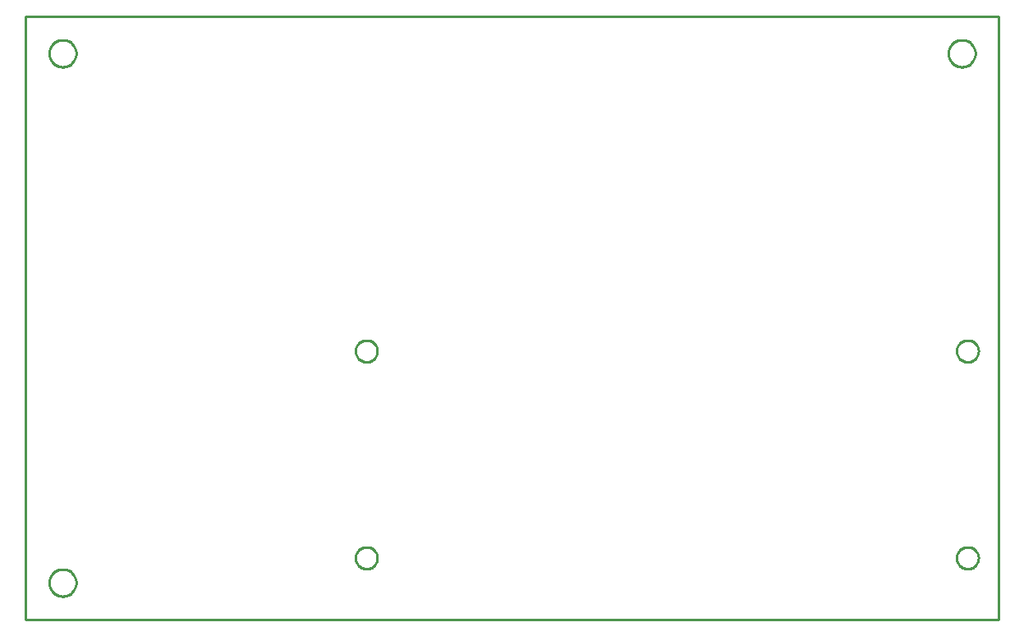
<source format=gbr>
G04 EAGLE Gerber RS-274X export*
G75*
%MOMM*%
%FSLAX34Y34*%
%LPD*%
%IN*%
%IPPOS*%
%AMOC8*
5,1,8,0,0,1.08239X$1,22.5*%
G01*
%ADD10C,0.254000*%


D10*
X228600Y69850D02*
X1231900Y69850D01*
X1231900Y692150D01*
X228600Y692150D01*
X228600Y69850D01*
X1199298Y335610D02*
X1198417Y335679D01*
X1197544Y335818D01*
X1196684Y336024D01*
X1195843Y336297D01*
X1195026Y336636D01*
X1194239Y337037D01*
X1193485Y337499D01*
X1192770Y338018D01*
X1192098Y338593D01*
X1191473Y339218D01*
X1190898Y339890D01*
X1190379Y340605D01*
X1189917Y341359D01*
X1189516Y342146D01*
X1189177Y342963D01*
X1188904Y343804D01*
X1188698Y344664D01*
X1188559Y345537D01*
X1188490Y346418D01*
X1188490Y347302D01*
X1188559Y348183D01*
X1188698Y349056D01*
X1188904Y349916D01*
X1189177Y350757D01*
X1189516Y351574D01*
X1189917Y352361D01*
X1190379Y353115D01*
X1190898Y353830D01*
X1191473Y354502D01*
X1192098Y355128D01*
X1192770Y355702D01*
X1193485Y356221D01*
X1194239Y356683D01*
X1195026Y357085D01*
X1195843Y357423D01*
X1196684Y357696D01*
X1197544Y357902D01*
X1198417Y358041D01*
X1199298Y358110D01*
X1200182Y358110D01*
X1201063Y358041D01*
X1201936Y357902D01*
X1202796Y357696D01*
X1203637Y357423D01*
X1204454Y357085D01*
X1205241Y356683D01*
X1205995Y356221D01*
X1206710Y355702D01*
X1207382Y355128D01*
X1208008Y354502D01*
X1208582Y353830D01*
X1209101Y353115D01*
X1209563Y352361D01*
X1209965Y351574D01*
X1210303Y350757D01*
X1210576Y349916D01*
X1210782Y349056D01*
X1210921Y348183D01*
X1210990Y347302D01*
X1210990Y346418D01*
X1210921Y345537D01*
X1210782Y344664D01*
X1210576Y343804D01*
X1210303Y342963D01*
X1209965Y342146D01*
X1209563Y341359D01*
X1209101Y340605D01*
X1208582Y339890D01*
X1208008Y339218D01*
X1207382Y338593D01*
X1206710Y338018D01*
X1205995Y337499D01*
X1205241Y337037D01*
X1204454Y336636D01*
X1203637Y336297D01*
X1202796Y336024D01*
X1201936Y335818D01*
X1201063Y335679D01*
X1200182Y335610D01*
X1199298Y335610D01*
X1199298Y122210D02*
X1198417Y122279D01*
X1197544Y122418D01*
X1196684Y122624D01*
X1195843Y122897D01*
X1195026Y123236D01*
X1194239Y123637D01*
X1193485Y124099D01*
X1192770Y124618D01*
X1192098Y125193D01*
X1191473Y125818D01*
X1190898Y126490D01*
X1190379Y127205D01*
X1189917Y127959D01*
X1189516Y128746D01*
X1189177Y129563D01*
X1188904Y130404D01*
X1188698Y131264D01*
X1188559Y132137D01*
X1188490Y133018D01*
X1188490Y133902D01*
X1188559Y134783D01*
X1188698Y135656D01*
X1188904Y136516D01*
X1189177Y137357D01*
X1189516Y138174D01*
X1189917Y138961D01*
X1190379Y139715D01*
X1190898Y140430D01*
X1191473Y141102D01*
X1192098Y141728D01*
X1192770Y142302D01*
X1193485Y142821D01*
X1194239Y143283D01*
X1195026Y143685D01*
X1195843Y144023D01*
X1196684Y144296D01*
X1197544Y144502D01*
X1198417Y144641D01*
X1199298Y144710D01*
X1200182Y144710D01*
X1201063Y144641D01*
X1201936Y144502D01*
X1202796Y144296D01*
X1203637Y144023D01*
X1204454Y143685D01*
X1205241Y143283D01*
X1205995Y142821D01*
X1206710Y142302D01*
X1207382Y141728D01*
X1208008Y141102D01*
X1208582Y140430D01*
X1209101Y139715D01*
X1209563Y138961D01*
X1209965Y138174D01*
X1210303Y137357D01*
X1210576Y136516D01*
X1210782Y135656D01*
X1210921Y134783D01*
X1210990Y133902D01*
X1210990Y133018D01*
X1210921Y132137D01*
X1210782Y131264D01*
X1210576Y130404D01*
X1210303Y129563D01*
X1209965Y128746D01*
X1209563Y127959D01*
X1209101Y127205D01*
X1208582Y126490D01*
X1208008Y125818D01*
X1207382Y125193D01*
X1206710Y124618D01*
X1205995Y124099D01*
X1205241Y123637D01*
X1204454Y123236D01*
X1203637Y122897D01*
X1202796Y122624D01*
X1201936Y122418D01*
X1201063Y122279D01*
X1200182Y122210D01*
X1199298Y122210D01*
X579498Y122210D02*
X578617Y122279D01*
X577744Y122418D01*
X576884Y122624D01*
X576043Y122897D01*
X575226Y123236D01*
X574439Y123637D01*
X573685Y124099D01*
X572970Y124618D01*
X572298Y125193D01*
X571673Y125818D01*
X571098Y126490D01*
X570579Y127205D01*
X570117Y127959D01*
X569716Y128746D01*
X569377Y129563D01*
X569104Y130404D01*
X568898Y131264D01*
X568759Y132137D01*
X568690Y133018D01*
X568690Y133902D01*
X568759Y134783D01*
X568898Y135656D01*
X569104Y136516D01*
X569377Y137357D01*
X569716Y138174D01*
X570117Y138961D01*
X570579Y139715D01*
X571098Y140430D01*
X571673Y141102D01*
X572298Y141728D01*
X572970Y142302D01*
X573685Y142821D01*
X574439Y143283D01*
X575226Y143685D01*
X576043Y144023D01*
X576884Y144296D01*
X577744Y144502D01*
X578617Y144641D01*
X579498Y144710D01*
X580382Y144710D01*
X581263Y144641D01*
X582136Y144502D01*
X582996Y144296D01*
X583837Y144023D01*
X584654Y143685D01*
X585441Y143283D01*
X586195Y142821D01*
X586910Y142302D01*
X587582Y141728D01*
X588208Y141102D01*
X588782Y140430D01*
X589301Y139715D01*
X589763Y138961D01*
X590165Y138174D01*
X590503Y137357D01*
X590776Y136516D01*
X590982Y135656D01*
X591121Y134783D01*
X591190Y133902D01*
X591190Y133018D01*
X591121Y132137D01*
X590982Y131264D01*
X590776Y130404D01*
X590503Y129563D01*
X590165Y128746D01*
X589763Y127959D01*
X589301Y127205D01*
X588782Y126490D01*
X588208Y125818D01*
X587582Y125193D01*
X586910Y124618D01*
X586195Y124099D01*
X585441Y123637D01*
X584654Y123236D01*
X583837Y122897D01*
X582996Y122624D01*
X582136Y122418D01*
X581263Y122279D01*
X580382Y122210D01*
X579498Y122210D01*
X579498Y335610D02*
X578617Y335679D01*
X577744Y335818D01*
X576884Y336024D01*
X576043Y336297D01*
X575226Y336636D01*
X574439Y337037D01*
X573685Y337499D01*
X572970Y338018D01*
X572298Y338593D01*
X571673Y339218D01*
X571098Y339890D01*
X570579Y340605D01*
X570117Y341359D01*
X569716Y342146D01*
X569377Y342963D01*
X569104Y343804D01*
X568898Y344664D01*
X568759Y345537D01*
X568690Y346418D01*
X568690Y347302D01*
X568759Y348183D01*
X568898Y349056D01*
X569104Y349916D01*
X569377Y350757D01*
X569716Y351574D01*
X570117Y352361D01*
X570579Y353115D01*
X571098Y353830D01*
X571673Y354502D01*
X572298Y355128D01*
X572970Y355702D01*
X573685Y356221D01*
X574439Y356683D01*
X575226Y357085D01*
X576043Y357423D01*
X576884Y357696D01*
X577744Y357902D01*
X578617Y358041D01*
X579498Y358110D01*
X580382Y358110D01*
X581263Y358041D01*
X582136Y357902D01*
X582996Y357696D01*
X583837Y357423D01*
X584654Y357085D01*
X585441Y356683D01*
X586195Y356221D01*
X586910Y355702D01*
X587582Y355128D01*
X588208Y354502D01*
X588782Y353830D01*
X589301Y353115D01*
X589763Y352361D01*
X590165Y351574D01*
X590503Y350757D01*
X590776Y349916D01*
X590982Y349056D01*
X591121Y348183D01*
X591190Y347302D01*
X591190Y346418D01*
X591121Y345537D01*
X590982Y344664D01*
X590776Y343804D01*
X590503Y342963D01*
X590165Y342146D01*
X589763Y341359D01*
X589301Y340605D01*
X588782Y339890D01*
X588208Y339218D01*
X587582Y338593D01*
X586910Y338018D01*
X586195Y337499D01*
X585441Y337037D01*
X584654Y336636D01*
X583837Y336297D01*
X582996Y336024D01*
X582136Y335818D01*
X581263Y335679D01*
X580382Y335610D01*
X579498Y335610D01*
X280700Y653550D02*
X280629Y652553D01*
X280486Y651563D01*
X280274Y650586D01*
X279992Y649626D01*
X279643Y648689D01*
X279227Y647779D01*
X278748Y646902D01*
X278207Y646060D01*
X277608Y645260D01*
X276953Y644504D01*
X276246Y643797D01*
X275490Y643142D01*
X274690Y642543D01*
X273848Y642002D01*
X272971Y641523D01*
X272061Y641107D01*
X271124Y640758D01*
X270165Y640476D01*
X269187Y640264D01*
X268198Y640121D01*
X267200Y640050D01*
X266200Y640050D01*
X265203Y640121D01*
X264213Y640264D01*
X263236Y640476D01*
X262276Y640758D01*
X261339Y641107D01*
X260429Y641523D01*
X259552Y642002D01*
X258710Y642543D01*
X257910Y643142D01*
X257154Y643797D01*
X256447Y644504D01*
X255792Y645260D01*
X255193Y646060D01*
X254652Y646902D01*
X254173Y647779D01*
X253757Y648689D01*
X253408Y649626D01*
X253126Y650586D01*
X252914Y651563D01*
X252771Y652553D01*
X252700Y653550D01*
X252700Y654550D01*
X252771Y655548D01*
X252914Y656537D01*
X253126Y657515D01*
X253408Y658474D01*
X253757Y659411D01*
X254173Y660321D01*
X254652Y661198D01*
X255193Y662040D01*
X255792Y662840D01*
X256447Y663596D01*
X257154Y664303D01*
X257910Y664958D01*
X258710Y665557D01*
X259552Y666098D01*
X260429Y666577D01*
X261339Y666993D01*
X262276Y667342D01*
X263236Y667624D01*
X264213Y667836D01*
X265203Y667979D01*
X266200Y668050D01*
X267200Y668050D01*
X268198Y667979D01*
X269187Y667836D01*
X270165Y667624D01*
X271124Y667342D01*
X272061Y666993D01*
X272971Y666577D01*
X273848Y666098D01*
X274690Y665557D01*
X275490Y664958D01*
X276246Y664303D01*
X276953Y663596D01*
X277608Y662840D01*
X278207Y662040D01*
X278748Y661198D01*
X279227Y660321D01*
X279643Y659411D01*
X279992Y658474D01*
X280274Y657515D01*
X280486Y656537D01*
X280629Y655548D01*
X280700Y654550D01*
X280700Y653550D01*
X1207800Y653550D02*
X1207729Y652553D01*
X1207586Y651563D01*
X1207374Y650586D01*
X1207092Y649626D01*
X1206743Y648689D01*
X1206327Y647779D01*
X1205848Y646902D01*
X1205307Y646060D01*
X1204708Y645260D01*
X1204053Y644504D01*
X1203346Y643797D01*
X1202590Y643142D01*
X1201790Y642543D01*
X1200948Y642002D01*
X1200071Y641523D01*
X1199161Y641107D01*
X1198224Y640758D01*
X1197265Y640476D01*
X1196287Y640264D01*
X1195298Y640121D01*
X1194300Y640050D01*
X1193300Y640050D01*
X1192303Y640121D01*
X1191313Y640264D01*
X1190336Y640476D01*
X1189376Y640758D01*
X1188439Y641107D01*
X1187529Y641523D01*
X1186652Y642002D01*
X1185810Y642543D01*
X1185010Y643142D01*
X1184254Y643797D01*
X1183547Y644504D01*
X1182892Y645260D01*
X1182293Y646060D01*
X1181752Y646902D01*
X1181273Y647779D01*
X1180857Y648689D01*
X1180508Y649626D01*
X1180226Y650586D01*
X1180014Y651563D01*
X1179871Y652553D01*
X1179800Y653550D01*
X1179800Y654550D01*
X1179871Y655548D01*
X1180014Y656537D01*
X1180226Y657515D01*
X1180508Y658474D01*
X1180857Y659411D01*
X1181273Y660321D01*
X1181752Y661198D01*
X1182293Y662040D01*
X1182892Y662840D01*
X1183547Y663596D01*
X1184254Y664303D01*
X1185010Y664958D01*
X1185810Y665557D01*
X1186652Y666098D01*
X1187529Y666577D01*
X1188439Y666993D01*
X1189376Y667342D01*
X1190336Y667624D01*
X1191313Y667836D01*
X1192303Y667979D01*
X1193300Y668050D01*
X1194300Y668050D01*
X1195298Y667979D01*
X1196287Y667836D01*
X1197265Y667624D01*
X1198224Y667342D01*
X1199161Y666993D01*
X1200071Y666577D01*
X1200948Y666098D01*
X1201790Y665557D01*
X1202590Y664958D01*
X1203346Y664303D01*
X1204053Y663596D01*
X1204708Y662840D01*
X1205307Y662040D01*
X1205848Y661198D01*
X1206327Y660321D01*
X1206743Y659411D01*
X1207092Y658474D01*
X1207374Y657515D01*
X1207586Y656537D01*
X1207729Y655548D01*
X1207800Y654550D01*
X1207800Y653550D01*
X280700Y107450D02*
X280629Y106453D01*
X280486Y105463D01*
X280274Y104486D01*
X279992Y103526D01*
X279643Y102589D01*
X279227Y101679D01*
X278748Y100802D01*
X278207Y99960D01*
X277608Y99160D01*
X276953Y98404D01*
X276246Y97697D01*
X275490Y97042D01*
X274690Y96443D01*
X273848Y95902D01*
X272971Y95423D01*
X272061Y95007D01*
X271124Y94658D01*
X270165Y94376D01*
X269187Y94164D01*
X268198Y94021D01*
X267200Y93950D01*
X266200Y93950D01*
X265203Y94021D01*
X264213Y94164D01*
X263236Y94376D01*
X262276Y94658D01*
X261339Y95007D01*
X260429Y95423D01*
X259552Y95902D01*
X258710Y96443D01*
X257910Y97042D01*
X257154Y97697D01*
X256447Y98404D01*
X255792Y99160D01*
X255193Y99960D01*
X254652Y100802D01*
X254173Y101679D01*
X253757Y102589D01*
X253408Y103526D01*
X253126Y104486D01*
X252914Y105463D01*
X252771Y106453D01*
X252700Y107450D01*
X252700Y108450D01*
X252771Y109448D01*
X252914Y110437D01*
X253126Y111415D01*
X253408Y112374D01*
X253757Y113311D01*
X254173Y114221D01*
X254652Y115098D01*
X255193Y115940D01*
X255792Y116740D01*
X256447Y117496D01*
X257154Y118203D01*
X257910Y118858D01*
X258710Y119457D01*
X259552Y119998D01*
X260429Y120477D01*
X261339Y120893D01*
X262276Y121242D01*
X263236Y121524D01*
X264213Y121736D01*
X265203Y121879D01*
X266200Y121950D01*
X267200Y121950D01*
X268198Y121879D01*
X269187Y121736D01*
X270165Y121524D01*
X271124Y121242D01*
X272061Y120893D01*
X272971Y120477D01*
X273848Y119998D01*
X274690Y119457D01*
X275490Y118858D01*
X276246Y118203D01*
X276953Y117496D01*
X277608Y116740D01*
X278207Y115940D01*
X278748Y115098D01*
X279227Y114221D01*
X279643Y113311D01*
X279992Y112374D01*
X280274Y111415D01*
X280486Y110437D01*
X280629Y109448D01*
X280700Y108450D01*
X280700Y107450D01*
M02*

</source>
